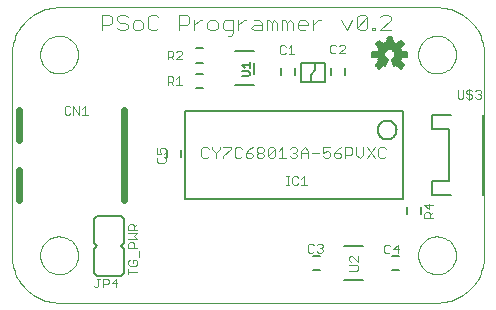
<source format=gto>
G75*
G70*
%OFA0B0*%
%FSLAX24Y24*%
%IPPOS*%
%LPD*%
%AMOC8*
5,1,8,0,0,1.08239X$1,22.5*
%
%ADD10C,0.0000*%
%ADD11C,0.0040*%
%ADD12C,0.0080*%
%ADD13C,0.0030*%
%ADD14C,0.0050*%
%ADD15C,0.0060*%
%ADD16C,0.0240*%
%ADD17C,0.0059*%
D10*
X001775Y000200D02*
X014373Y000200D01*
X013743Y001775D02*
X013745Y001825D01*
X013751Y001875D01*
X013761Y001924D01*
X013775Y001972D01*
X013792Y002019D01*
X013813Y002064D01*
X013838Y002108D01*
X013866Y002149D01*
X013898Y002188D01*
X013932Y002225D01*
X013969Y002259D01*
X014009Y002289D01*
X014051Y002316D01*
X014095Y002340D01*
X014141Y002361D01*
X014188Y002377D01*
X014236Y002390D01*
X014286Y002399D01*
X014335Y002404D01*
X014386Y002405D01*
X014436Y002402D01*
X014485Y002395D01*
X014534Y002384D01*
X014582Y002369D01*
X014628Y002351D01*
X014673Y002329D01*
X014716Y002303D01*
X014757Y002274D01*
X014796Y002242D01*
X014832Y002207D01*
X014864Y002169D01*
X014894Y002129D01*
X014921Y002086D01*
X014944Y002042D01*
X014963Y001996D01*
X014979Y001948D01*
X014991Y001899D01*
X014999Y001850D01*
X015003Y001800D01*
X015003Y001750D01*
X014999Y001700D01*
X014991Y001651D01*
X014979Y001602D01*
X014963Y001554D01*
X014944Y001508D01*
X014921Y001464D01*
X014894Y001421D01*
X014864Y001381D01*
X014832Y001343D01*
X014796Y001308D01*
X014757Y001276D01*
X014716Y001247D01*
X014673Y001221D01*
X014628Y001199D01*
X014582Y001181D01*
X014534Y001166D01*
X014485Y001155D01*
X014436Y001148D01*
X014386Y001145D01*
X014335Y001146D01*
X014286Y001151D01*
X014236Y001160D01*
X014188Y001173D01*
X014141Y001189D01*
X014095Y001210D01*
X014051Y001234D01*
X014009Y001261D01*
X013969Y001291D01*
X013932Y001325D01*
X013898Y001362D01*
X013866Y001401D01*
X013838Y001442D01*
X013813Y001486D01*
X013792Y001531D01*
X013775Y001578D01*
X013761Y001626D01*
X013751Y001675D01*
X013745Y001725D01*
X013743Y001775D01*
X014373Y000200D02*
X014450Y000202D01*
X014527Y000208D01*
X014604Y000217D01*
X014680Y000230D01*
X014756Y000247D01*
X014830Y000268D01*
X014904Y000292D01*
X014976Y000320D01*
X015046Y000351D01*
X015115Y000386D01*
X015183Y000424D01*
X015248Y000465D01*
X015311Y000510D01*
X015372Y000558D01*
X015431Y000608D01*
X015487Y000661D01*
X015540Y000717D01*
X015590Y000776D01*
X015638Y000837D01*
X015683Y000900D01*
X015724Y000965D01*
X015762Y001033D01*
X015797Y001102D01*
X015828Y001172D01*
X015856Y001244D01*
X015880Y001318D01*
X015901Y001392D01*
X015918Y001468D01*
X015931Y001544D01*
X015940Y001621D01*
X015946Y001698D01*
X015948Y001775D01*
X015948Y008468D01*
X013743Y008468D02*
X013745Y008518D01*
X013751Y008568D01*
X013761Y008617D01*
X013775Y008665D01*
X013792Y008712D01*
X013813Y008757D01*
X013838Y008801D01*
X013866Y008842D01*
X013898Y008881D01*
X013932Y008918D01*
X013969Y008952D01*
X014009Y008982D01*
X014051Y009009D01*
X014095Y009033D01*
X014141Y009054D01*
X014188Y009070D01*
X014236Y009083D01*
X014286Y009092D01*
X014335Y009097D01*
X014386Y009098D01*
X014436Y009095D01*
X014485Y009088D01*
X014534Y009077D01*
X014582Y009062D01*
X014628Y009044D01*
X014673Y009022D01*
X014716Y008996D01*
X014757Y008967D01*
X014796Y008935D01*
X014832Y008900D01*
X014864Y008862D01*
X014894Y008822D01*
X014921Y008779D01*
X014944Y008735D01*
X014963Y008689D01*
X014979Y008641D01*
X014991Y008592D01*
X014999Y008543D01*
X015003Y008493D01*
X015003Y008443D01*
X014999Y008393D01*
X014991Y008344D01*
X014979Y008295D01*
X014963Y008247D01*
X014944Y008201D01*
X014921Y008157D01*
X014894Y008114D01*
X014864Y008074D01*
X014832Y008036D01*
X014796Y008001D01*
X014757Y007969D01*
X014716Y007940D01*
X014673Y007914D01*
X014628Y007892D01*
X014582Y007874D01*
X014534Y007859D01*
X014485Y007848D01*
X014436Y007841D01*
X014386Y007838D01*
X014335Y007839D01*
X014286Y007844D01*
X014236Y007853D01*
X014188Y007866D01*
X014141Y007882D01*
X014095Y007903D01*
X014051Y007927D01*
X014009Y007954D01*
X013969Y007984D01*
X013932Y008018D01*
X013898Y008055D01*
X013866Y008094D01*
X013838Y008135D01*
X013813Y008179D01*
X013792Y008224D01*
X013775Y008271D01*
X013761Y008319D01*
X013751Y008368D01*
X013745Y008418D01*
X013743Y008468D01*
X014373Y010043D02*
X014450Y010041D01*
X014527Y010035D01*
X014604Y010026D01*
X014680Y010013D01*
X014756Y009996D01*
X014830Y009975D01*
X014904Y009951D01*
X014976Y009923D01*
X015046Y009892D01*
X015115Y009857D01*
X015183Y009819D01*
X015248Y009778D01*
X015311Y009733D01*
X015372Y009685D01*
X015431Y009635D01*
X015487Y009582D01*
X015540Y009526D01*
X015590Y009467D01*
X015638Y009406D01*
X015683Y009343D01*
X015724Y009278D01*
X015762Y009210D01*
X015797Y009141D01*
X015828Y009071D01*
X015856Y008999D01*
X015880Y008925D01*
X015901Y008851D01*
X015918Y008775D01*
X015931Y008699D01*
X015940Y008622D01*
X015946Y008545D01*
X015948Y008468D01*
X014373Y010043D02*
X001775Y010043D01*
X001145Y008468D02*
X001147Y008518D01*
X001153Y008568D01*
X001163Y008617D01*
X001177Y008665D01*
X001194Y008712D01*
X001215Y008757D01*
X001240Y008801D01*
X001268Y008842D01*
X001300Y008881D01*
X001334Y008918D01*
X001371Y008952D01*
X001411Y008982D01*
X001453Y009009D01*
X001497Y009033D01*
X001543Y009054D01*
X001590Y009070D01*
X001638Y009083D01*
X001688Y009092D01*
X001737Y009097D01*
X001788Y009098D01*
X001838Y009095D01*
X001887Y009088D01*
X001936Y009077D01*
X001984Y009062D01*
X002030Y009044D01*
X002075Y009022D01*
X002118Y008996D01*
X002159Y008967D01*
X002198Y008935D01*
X002234Y008900D01*
X002266Y008862D01*
X002296Y008822D01*
X002323Y008779D01*
X002346Y008735D01*
X002365Y008689D01*
X002381Y008641D01*
X002393Y008592D01*
X002401Y008543D01*
X002405Y008493D01*
X002405Y008443D01*
X002401Y008393D01*
X002393Y008344D01*
X002381Y008295D01*
X002365Y008247D01*
X002346Y008201D01*
X002323Y008157D01*
X002296Y008114D01*
X002266Y008074D01*
X002234Y008036D01*
X002198Y008001D01*
X002159Y007969D01*
X002118Y007940D01*
X002075Y007914D01*
X002030Y007892D01*
X001984Y007874D01*
X001936Y007859D01*
X001887Y007848D01*
X001838Y007841D01*
X001788Y007838D01*
X001737Y007839D01*
X001688Y007844D01*
X001638Y007853D01*
X001590Y007866D01*
X001543Y007882D01*
X001497Y007903D01*
X001453Y007927D01*
X001411Y007954D01*
X001371Y007984D01*
X001334Y008018D01*
X001300Y008055D01*
X001268Y008094D01*
X001240Y008135D01*
X001215Y008179D01*
X001194Y008224D01*
X001177Y008271D01*
X001163Y008319D01*
X001153Y008368D01*
X001147Y008418D01*
X001145Y008468D01*
X000200Y008468D02*
X000202Y008545D01*
X000208Y008622D01*
X000217Y008699D01*
X000230Y008775D01*
X000247Y008851D01*
X000268Y008925D01*
X000292Y008999D01*
X000320Y009071D01*
X000351Y009141D01*
X000386Y009210D01*
X000424Y009278D01*
X000465Y009343D01*
X000510Y009406D01*
X000558Y009467D01*
X000608Y009526D01*
X000661Y009582D01*
X000717Y009635D01*
X000776Y009685D01*
X000837Y009733D01*
X000900Y009778D01*
X000965Y009819D01*
X001033Y009857D01*
X001102Y009892D01*
X001172Y009923D01*
X001244Y009951D01*
X001318Y009975D01*
X001392Y009996D01*
X001468Y010013D01*
X001544Y010026D01*
X001621Y010035D01*
X001698Y010041D01*
X001775Y010043D01*
X000200Y008468D02*
X000200Y001775D01*
X001145Y001775D02*
X001147Y001825D01*
X001153Y001875D01*
X001163Y001924D01*
X001177Y001972D01*
X001194Y002019D01*
X001215Y002064D01*
X001240Y002108D01*
X001268Y002149D01*
X001300Y002188D01*
X001334Y002225D01*
X001371Y002259D01*
X001411Y002289D01*
X001453Y002316D01*
X001497Y002340D01*
X001543Y002361D01*
X001590Y002377D01*
X001638Y002390D01*
X001688Y002399D01*
X001737Y002404D01*
X001788Y002405D01*
X001838Y002402D01*
X001887Y002395D01*
X001936Y002384D01*
X001984Y002369D01*
X002030Y002351D01*
X002075Y002329D01*
X002118Y002303D01*
X002159Y002274D01*
X002198Y002242D01*
X002234Y002207D01*
X002266Y002169D01*
X002296Y002129D01*
X002323Y002086D01*
X002346Y002042D01*
X002365Y001996D01*
X002381Y001948D01*
X002393Y001899D01*
X002401Y001850D01*
X002405Y001800D01*
X002405Y001750D01*
X002401Y001700D01*
X002393Y001651D01*
X002381Y001602D01*
X002365Y001554D01*
X002346Y001508D01*
X002323Y001464D01*
X002296Y001421D01*
X002266Y001381D01*
X002234Y001343D01*
X002198Y001308D01*
X002159Y001276D01*
X002118Y001247D01*
X002075Y001221D01*
X002030Y001199D01*
X001984Y001181D01*
X001936Y001166D01*
X001887Y001155D01*
X001838Y001148D01*
X001788Y001145D01*
X001737Y001146D01*
X001688Y001151D01*
X001638Y001160D01*
X001590Y001173D01*
X001543Y001189D01*
X001497Y001210D01*
X001453Y001234D01*
X001411Y001261D01*
X001371Y001291D01*
X001334Y001325D01*
X001300Y001362D01*
X001268Y001401D01*
X001240Y001442D01*
X001215Y001486D01*
X001194Y001531D01*
X001177Y001578D01*
X001163Y001626D01*
X001153Y001675D01*
X001147Y001725D01*
X001145Y001775D01*
X000200Y001775D02*
X000202Y001698D01*
X000208Y001621D01*
X000217Y001544D01*
X000230Y001468D01*
X000247Y001392D01*
X000268Y001318D01*
X000292Y001244D01*
X000320Y001172D01*
X000351Y001102D01*
X000386Y001033D01*
X000424Y000965D01*
X000465Y000900D01*
X000510Y000837D01*
X000558Y000776D01*
X000608Y000717D01*
X000661Y000661D01*
X000717Y000608D01*
X000776Y000558D01*
X000837Y000510D01*
X000900Y000465D01*
X000965Y000424D01*
X001033Y000386D01*
X001102Y000351D01*
X001172Y000320D01*
X001244Y000292D01*
X001318Y000268D01*
X001392Y000247D01*
X001468Y000230D01*
X001544Y000217D01*
X001621Y000208D01*
X001698Y000202D01*
X001775Y000200D01*
D11*
X007408Y009102D02*
X007495Y009102D01*
X007582Y009188D01*
X007582Y009622D01*
X007321Y009622D01*
X007235Y009535D01*
X007235Y009362D01*
X007321Y009275D01*
X007582Y009275D01*
X007750Y009275D02*
X007750Y009622D01*
X007750Y009449D02*
X007924Y009622D01*
X008010Y009622D01*
X008267Y009622D02*
X008440Y009622D01*
X008527Y009535D01*
X008527Y009275D01*
X008267Y009275D01*
X008180Y009362D01*
X008267Y009449D01*
X008527Y009449D01*
X008696Y009622D02*
X008782Y009622D01*
X008869Y009535D01*
X008956Y009622D01*
X009043Y009535D01*
X009043Y009275D01*
X009211Y009275D02*
X009211Y009622D01*
X009298Y009622D01*
X009385Y009535D01*
X009471Y009622D01*
X009558Y009535D01*
X009558Y009275D01*
X009385Y009275D02*
X009385Y009535D01*
X009727Y009535D02*
X009727Y009362D01*
X009814Y009275D01*
X009987Y009275D01*
X010243Y009275D02*
X010243Y009622D01*
X010243Y009449D02*
X010416Y009622D01*
X010503Y009622D01*
X010074Y009535D02*
X010074Y009449D01*
X009727Y009449D01*
X009727Y009535D02*
X009814Y009622D01*
X009987Y009622D01*
X010074Y009535D01*
X011188Y009622D02*
X011361Y009275D01*
X011535Y009622D01*
X011703Y009709D02*
X011790Y009796D01*
X011964Y009796D01*
X012050Y009709D01*
X011703Y009362D01*
X011790Y009275D01*
X011964Y009275D01*
X012050Y009362D01*
X012050Y009709D01*
X011703Y009709D02*
X011703Y009362D01*
X012219Y009362D02*
X012219Y009275D01*
X012306Y009275D01*
X012306Y009362D01*
X012219Y009362D01*
X012477Y009275D02*
X012824Y009622D01*
X012824Y009709D01*
X012737Y009796D01*
X012564Y009796D01*
X012477Y009709D01*
X012477Y009275D02*
X012824Y009275D01*
X008869Y009275D02*
X008869Y009535D01*
X008696Y009622D02*
X008696Y009275D01*
X007066Y009362D02*
X006979Y009275D01*
X006806Y009275D01*
X006719Y009362D01*
X006719Y009535D01*
X006806Y009622D01*
X006979Y009622D01*
X007066Y009535D01*
X007066Y009362D01*
X006549Y009622D02*
X006463Y009622D01*
X006289Y009449D01*
X006289Y009622D02*
X006289Y009275D01*
X006034Y009449D02*
X005774Y009449D01*
X005774Y009275D02*
X005774Y009796D01*
X006034Y009796D01*
X006121Y009709D01*
X006121Y009535D01*
X006034Y009449D01*
X005089Y009362D02*
X005003Y009275D01*
X004829Y009275D01*
X004742Y009362D01*
X004742Y009709D01*
X004829Y009796D01*
X005003Y009796D01*
X005089Y009709D01*
X004574Y009535D02*
X004574Y009362D01*
X004487Y009275D01*
X004313Y009275D01*
X004227Y009362D01*
X004227Y009535D01*
X004313Y009622D01*
X004487Y009622D01*
X004574Y009535D01*
X004058Y009449D02*
X004058Y009362D01*
X003971Y009275D01*
X003798Y009275D01*
X003711Y009362D01*
X003798Y009535D02*
X003971Y009535D01*
X004058Y009449D01*
X004058Y009709D02*
X003971Y009796D01*
X003798Y009796D01*
X003711Y009709D01*
X003711Y009622D01*
X003798Y009535D01*
X003542Y009535D02*
X003542Y009709D01*
X003456Y009796D01*
X003195Y009796D01*
X003195Y009275D01*
X003195Y009449D02*
X003456Y009449D01*
X003542Y009535D01*
D12*
X007645Y008584D02*
X008275Y008584D01*
X008275Y008190D02*
X008275Y007836D01*
X008275Y007442D02*
X007645Y007442D01*
X005988Y006574D02*
X005988Y003661D01*
X013240Y003661D01*
X013240Y006574D01*
X005988Y006574D01*
X012394Y005954D02*
X012396Y005989D01*
X012402Y006024D01*
X012412Y006058D01*
X012425Y006091D01*
X012442Y006122D01*
X012463Y006150D01*
X012486Y006177D01*
X012513Y006200D01*
X012541Y006221D01*
X012572Y006238D01*
X012605Y006251D01*
X012639Y006261D01*
X012674Y006267D01*
X012709Y006269D01*
X012744Y006267D01*
X012779Y006261D01*
X012813Y006251D01*
X012846Y006238D01*
X012877Y006221D01*
X012905Y006200D01*
X012932Y006177D01*
X012955Y006150D01*
X012976Y006122D01*
X012993Y006091D01*
X013006Y006058D01*
X013016Y006024D01*
X013022Y005989D01*
X013024Y005954D01*
X013022Y005919D01*
X013016Y005884D01*
X013006Y005850D01*
X012993Y005817D01*
X012976Y005786D01*
X012955Y005758D01*
X012932Y005731D01*
X012905Y005708D01*
X012877Y005687D01*
X012846Y005670D01*
X012813Y005657D01*
X012779Y005647D01*
X012744Y005641D01*
X012709Y005639D01*
X012674Y005641D01*
X012639Y005647D01*
X012605Y005657D01*
X012572Y005670D01*
X012541Y005687D01*
X012513Y005708D01*
X012486Y005731D01*
X012463Y005758D01*
X012442Y005786D01*
X012425Y005817D01*
X012412Y005850D01*
X012402Y005884D01*
X012396Y005919D01*
X012394Y005954D01*
X014216Y005983D02*
X014767Y005983D01*
X014767Y004251D01*
X014216Y004251D01*
X014216Y003779D01*
X014846Y003779D01*
X015909Y003779D02*
X015909Y006456D01*
X014846Y006456D02*
X014216Y006456D01*
X014216Y005983D01*
X011919Y002098D02*
X011289Y002098D01*
X011289Y000956D02*
X011919Y000956D01*
D13*
X011696Y001264D02*
X011454Y001264D01*
X011696Y001264D02*
X011744Y001313D01*
X011744Y001409D01*
X011696Y001458D01*
X011454Y001458D01*
X011502Y001559D02*
X011454Y001607D01*
X011454Y001704D01*
X011502Y001752D01*
X011551Y001752D01*
X011744Y001559D01*
X011744Y001752D01*
X012619Y001891D02*
X012668Y001842D01*
X012764Y001842D01*
X012813Y001891D01*
X012914Y001987D02*
X013107Y001987D01*
X013059Y001842D02*
X013059Y002132D01*
X012914Y001987D01*
X012813Y002084D02*
X012764Y002132D01*
X012668Y002132D01*
X012619Y002084D01*
X012619Y001891D01*
X013949Y003010D02*
X013949Y003155D01*
X013998Y003204D01*
X014094Y003204D01*
X014143Y003155D01*
X014143Y003010D01*
X014239Y003010D02*
X013949Y003010D01*
X014143Y003107D02*
X014239Y003204D01*
X014094Y003305D02*
X014094Y003498D01*
X013949Y003450D02*
X014094Y003305D01*
X014239Y003450D02*
X013949Y003450D01*
X012597Y005010D02*
X012473Y005010D01*
X012411Y005072D01*
X012411Y005318D01*
X012473Y005380D01*
X012597Y005380D01*
X012658Y005318D01*
X012658Y005072D02*
X012597Y005010D01*
X012290Y005010D02*
X012043Y005380D01*
X011922Y005380D02*
X011922Y005133D01*
X011798Y005010D01*
X011675Y005133D01*
X011675Y005380D01*
X011553Y005318D02*
X011553Y005195D01*
X011492Y005133D01*
X011306Y005133D01*
X011185Y005133D02*
X011185Y005072D01*
X011123Y005010D01*
X011000Y005010D01*
X010938Y005072D01*
X010938Y005195D01*
X011123Y005195D01*
X011185Y005133D01*
X011062Y005318D02*
X010938Y005195D01*
X010817Y005195D02*
X010817Y005072D01*
X010755Y005010D01*
X010632Y005010D01*
X010570Y005072D01*
X010570Y005195D02*
X010693Y005257D01*
X010755Y005257D01*
X010817Y005195D01*
X011062Y005318D02*
X011185Y005380D01*
X011306Y005380D02*
X011492Y005380D01*
X011553Y005318D01*
X011306Y005380D02*
X011306Y005010D01*
X010817Y005380D02*
X010570Y005380D01*
X010570Y005195D01*
X010448Y005195D02*
X010202Y005195D01*
X010080Y005195D02*
X009833Y005195D01*
X009833Y005257D02*
X009957Y005380D01*
X010080Y005257D01*
X010080Y005010D01*
X009833Y005010D02*
X009833Y005257D01*
X009712Y005257D02*
X009650Y005195D01*
X009712Y005133D01*
X009712Y005072D01*
X009650Y005010D01*
X009527Y005010D01*
X009465Y005072D01*
X009343Y005010D02*
X009097Y005010D01*
X009220Y005010D02*
X009220Y005380D01*
X009097Y005257D01*
X008975Y005318D02*
X008728Y005072D01*
X008790Y005010D01*
X008913Y005010D01*
X008975Y005072D01*
X008975Y005318D01*
X008913Y005380D01*
X008790Y005380D01*
X008728Y005318D01*
X008728Y005072D01*
X008607Y005072D02*
X008545Y005010D01*
X008422Y005010D01*
X008360Y005072D01*
X008360Y005133D01*
X008422Y005195D01*
X008545Y005195D01*
X008607Y005133D01*
X008607Y005072D01*
X008545Y005195D02*
X008607Y005257D01*
X008607Y005318D01*
X008545Y005380D01*
X008422Y005380D01*
X008360Y005318D01*
X008360Y005257D01*
X008422Y005195D01*
X008239Y005133D02*
X008239Y005072D01*
X008177Y005010D01*
X008053Y005010D01*
X007992Y005072D01*
X007992Y005195D01*
X008177Y005195D01*
X008239Y005133D01*
X008115Y005318D02*
X007992Y005195D01*
X007870Y005072D02*
X007808Y005010D01*
X007685Y005010D01*
X007623Y005072D01*
X007623Y005318D01*
X007685Y005380D01*
X007808Y005380D01*
X007870Y005318D01*
X008115Y005318D02*
X008239Y005380D01*
X007502Y005380D02*
X007502Y005318D01*
X007255Y005072D01*
X007255Y005010D01*
X007010Y005010D02*
X007010Y005195D01*
X007134Y005318D01*
X007134Y005380D01*
X007255Y005380D02*
X007502Y005380D01*
X007010Y005195D02*
X006887Y005318D01*
X006887Y005380D01*
X006765Y005318D02*
X006704Y005380D01*
X006580Y005380D01*
X006518Y005318D01*
X006518Y005072D01*
X006580Y005010D01*
X006704Y005010D01*
X006765Y005072D01*
X005326Y005010D02*
X005326Y004913D01*
X005278Y004865D01*
X005084Y004865D01*
X005036Y004913D01*
X005036Y005010D01*
X005084Y005058D01*
X005036Y005159D02*
X005181Y005159D01*
X005133Y005256D01*
X005133Y005304D01*
X005181Y005353D01*
X005278Y005353D01*
X005326Y005304D01*
X005326Y005208D01*
X005278Y005159D01*
X005278Y005058D02*
X005326Y005010D01*
X005036Y005159D02*
X005036Y005353D01*
X002744Y006463D02*
X002550Y006463D01*
X002647Y006463D02*
X002647Y006753D01*
X002550Y006657D01*
X002449Y006753D02*
X002449Y006463D01*
X002256Y006753D01*
X002256Y006463D01*
X002155Y006511D02*
X002106Y006463D01*
X002009Y006463D01*
X001961Y006511D01*
X001961Y006705D01*
X002009Y006753D01*
X002106Y006753D01*
X002155Y006705D01*
X005393Y007447D02*
X005393Y007738D01*
X005538Y007738D01*
X005587Y007689D01*
X005587Y007593D01*
X005538Y007544D01*
X005393Y007544D01*
X005490Y007544D02*
X005587Y007447D01*
X005688Y007447D02*
X005881Y007447D01*
X005785Y007447D02*
X005785Y007738D01*
X005688Y007641D01*
X005688Y008304D02*
X005881Y008497D01*
X005881Y008546D01*
X005833Y008594D01*
X005736Y008594D01*
X005688Y008546D01*
X005587Y008546D02*
X005587Y008449D01*
X005538Y008401D01*
X005393Y008401D01*
X005490Y008401D02*
X005587Y008304D01*
X005688Y008304D02*
X005881Y008304D01*
X005587Y008546D02*
X005538Y008594D01*
X005393Y008594D01*
X005393Y008304D01*
X009130Y008529D02*
X009178Y008481D01*
X009275Y008481D01*
X009323Y008529D01*
X009424Y008481D02*
X009618Y008481D01*
X009521Y008481D02*
X009521Y008771D01*
X009424Y008674D01*
X009323Y008723D02*
X009275Y008771D01*
X009178Y008771D01*
X009130Y008723D01*
X009130Y008529D01*
X010822Y008553D02*
X010871Y008505D01*
X010968Y008505D01*
X011016Y008553D01*
X011117Y008505D02*
X011311Y008698D01*
X011311Y008746D01*
X011262Y008795D01*
X011166Y008795D01*
X011117Y008746D01*
X011016Y008746D02*
X010968Y008795D01*
X010871Y008795D01*
X010822Y008746D01*
X010822Y008553D01*
X011117Y008505D02*
X011311Y008505D01*
X015059Y007288D02*
X015059Y007046D01*
X015108Y006997D01*
X015205Y006997D01*
X015253Y007046D01*
X015253Y007288D01*
X015354Y007239D02*
X015402Y007288D01*
X015499Y007288D01*
X015548Y007239D01*
X015649Y007239D02*
X015697Y007288D01*
X015794Y007288D01*
X015842Y007239D01*
X015842Y007191D01*
X015794Y007142D01*
X015842Y007094D01*
X015842Y007046D01*
X015794Y006997D01*
X015697Y006997D01*
X015649Y007046D01*
X015548Y007046D02*
X015548Y007094D01*
X015499Y007142D01*
X015402Y007142D01*
X015354Y007191D01*
X015354Y007239D01*
X015451Y007336D02*
X015451Y006949D01*
X015499Y006997D02*
X015402Y006997D01*
X015354Y007046D01*
X015499Y006997D02*
X015548Y007046D01*
X015745Y007142D02*
X015794Y007142D01*
X012290Y005380D02*
X012043Y005010D01*
X010033Y004127D02*
X009840Y004127D01*
X009937Y004127D02*
X009937Y004418D01*
X009840Y004321D01*
X009739Y004369D02*
X009690Y004418D01*
X009594Y004418D01*
X009545Y004369D01*
X009545Y004176D01*
X009594Y004127D01*
X009690Y004127D01*
X009739Y004176D01*
X009446Y004127D02*
X009349Y004127D01*
X009397Y004127D02*
X009397Y004418D01*
X009349Y004418D02*
X009446Y004418D01*
X009588Y005195D02*
X009650Y005195D01*
X009712Y005257D02*
X009712Y005318D01*
X009650Y005380D01*
X009527Y005380D01*
X009465Y005318D01*
X010117Y002157D02*
X010069Y002109D01*
X010069Y001915D01*
X010117Y001867D01*
X010214Y001867D01*
X010262Y001915D01*
X010363Y001915D02*
X010412Y001867D01*
X010508Y001867D01*
X010557Y001915D01*
X010557Y001964D01*
X010508Y002012D01*
X010460Y002012D01*
X010508Y002012D02*
X010557Y002060D01*
X010557Y002109D01*
X010508Y002157D01*
X010412Y002157D01*
X010363Y002109D01*
X010262Y002109D02*
X010214Y002157D01*
X010117Y002157D01*
X004425Y001921D02*
X004425Y001728D01*
X004328Y001626D02*
X004231Y001626D01*
X004231Y001530D01*
X004134Y001626D02*
X004086Y001578D01*
X004086Y001481D01*
X004134Y001433D01*
X004328Y001433D01*
X004376Y001481D01*
X004376Y001578D01*
X004328Y001626D01*
X004086Y001332D02*
X004086Y001138D01*
X004086Y001235D02*
X004376Y001235D01*
X003670Y001002D02*
X003525Y000857D01*
X003718Y000857D01*
X003670Y000712D02*
X003670Y001002D01*
X003424Y000953D02*
X003424Y000857D01*
X003375Y000808D01*
X003230Y000808D01*
X003230Y000712D02*
X003230Y001002D01*
X003375Y001002D01*
X003424Y000953D01*
X003129Y001002D02*
X003032Y001002D01*
X003080Y001002D02*
X003080Y000760D01*
X003032Y000712D01*
X002984Y000712D01*
X002935Y000760D01*
X004086Y002022D02*
X004086Y002167D01*
X004134Y002216D01*
X004231Y002216D01*
X004280Y002167D01*
X004280Y002022D01*
X004376Y002022D02*
X004086Y002022D01*
X004086Y002317D02*
X004376Y002317D01*
X004280Y002414D01*
X004376Y002510D01*
X004086Y002510D01*
X004086Y002611D02*
X004086Y002757D01*
X004134Y002805D01*
X004231Y002805D01*
X004280Y002757D01*
X004280Y002611D01*
X004376Y002611D02*
X004086Y002611D01*
X004280Y002708D02*
X004376Y002805D01*
D14*
X009846Y007552D02*
X009846Y008182D01*
X010318Y008182D01*
X010318Y007946D01*
X010161Y007789D01*
X010161Y007552D01*
X010633Y007552D01*
X010633Y008182D01*
X010318Y008182D01*
X010161Y007552D02*
X009846Y007552D01*
D15*
X009637Y007796D02*
X009637Y008033D01*
X009165Y008033D02*
X009165Y007796D01*
X008132Y007781D02*
X008132Y007868D01*
X008088Y007911D01*
X007872Y007911D01*
X007958Y008033D02*
X007872Y008119D01*
X008132Y008119D01*
X008132Y008033D02*
X008132Y008206D01*
X008132Y007781D02*
X008088Y007738D01*
X007872Y007738D01*
X006584Y007816D02*
X006348Y007816D01*
X006348Y008200D02*
X006584Y008200D01*
X006584Y008672D02*
X006348Y008672D01*
X006348Y007344D02*
X006584Y007344D01*
X005838Y005296D02*
X005838Y005060D01*
X005365Y005060D02*
X005365Y005296D01*
X003838Y003084D02*
X003038Y003084D01*
X002938Y002984D01*
X002938Y002184D01*
X003038Y002084D01*
X002938Y001984D01*
X002938Y001184D01*
X003038Y001084D01*
X003838Y001084D01*
X003938Y001184D01*
X003938Y001984D01*
X003838Y002084D01*
X003938Y002184D01*
X003938Y002984D01*
X003838Y003084D01*
X010235Y001763D02*
X010472Y001763D01*
X010472Y001291D02*
X010235Y001291D01*
X012860Y001291D02*
X013097Y001291D01*
X013097Y001763D02*
X012860Y001763D01*
X013373Y003167D02*
X013373Y003403D01*
X013846Y003403D02*
X013846Y003167D01*
X011314Y007796D02*
X011314Y008033D01*
X010842Y008033D02*
X010842Y007796D01*
D16*
X003950Y006617D02*
X003950Y003617D01*
X000450Y003617D02*
X000450Y004617D01*
X000450Y005617D02*
X000450Y006617D01*
D17*
X012212Y008396D02*
X012403Y008376D01*
X012423Y008312D01*
X012454Y008253D01*
X012333Y008104D01*
X012435Y008002D01*
X012583Y008123D01*
X012643Y008093D01*
X012728Y008297D01*
X012690Y008318D01*
X012658Y008348D01*
X012634Y008384D01*
X012619Y008425D01*
X012614Y008468D01*
X012619Y008512D01*
X012635Y008553D01*
X012660Y008589D01*
X012693Y008619D01*
X012732Y008640D01*
X012774Y008651D01*
X012818Y008651D01*
X012862Y008641D01*
X012901Y008621D01*
X012934Y008592D01*
X012960Y008556D01*
X012977Y008515D01*
X012983Y008472D01*
X012979Y008428D01*
X012964Y008386D01*
X012940Y008349D01*
X012908Y008319D01*
X012869Y008297D01*
X012954Y008093D01*
X013014Y008123D01*
X013162Y008002D01*
X013264Y008104D01*
X013143Y008253D01*
X013174Y008312D01*
X013194Y008376D01*
X013385Y008396D01*
X013385Y008540D01*
X013194Y008559D01*
X013174Y008623D01*
X013143Y008683D01*
X013264Y008831D01*
X013162Y008933D01*
X013014Y008812D01*
X012954Y008843D01*
X012890Y008863D01*
X012870Y009054D01*
X012726Y009054D01*
X012707Y008863D01*
X012643Y008843D01*
X012583Y008812D01*
X012435Y008933D01*
X012333Y008831D01*
X012454Y008683D01*
X012423Y008623D01*
X012403Y008559D01*
X012212Y008540D01*
X012212Y008396D01*
X012212Y008430D02*
X012618Y008430D01*
X012616Y008488D02*
X012212Y008488D01*
X012270Y008546D02*
X012632Y008546D01*
X012675Y008603D02*
X012417Y008603D01*
X012443Y008661D02*
X013154Y008661D01*
X013172Y008718D02*
X012425Y008718D01*
X012378Y008776D02*
X013218Y008776D01*
X013262Y008833D02*
X013040Y008833D01*
X012972Y008833D02*
X012625Y008833D01*
X012557Y008833D02*
X012335Y008833D01*
X012393Y008891D02*
X012487Y008891D01*
X012710Y008891D02*
X012887Y008891D01*
X012881Y008948D02*
X012716Y008948D01*
X012722Y009006D02*
X012875Y009006D01*
X013110Y008891D02*
X013204Y008891D01*
X013180Y008603D02*
X012922Y008603D01*
X012965Y008546D02*
X013327Y008546D01*
X013385Y008488D02*
X012981Y008488D01*
X012979Y008430D02*
X013385Y008430D01*
X013193Y008373D02*
X012955Y008373D01*
X012901Y008315D02*
X013174Y008315D01*
X013145Y008258D02*
X012885Y008258D01*
X012909Y008200D02*
X013185Y008200D01*
X013232Y008143D02*
X012933Y008143D01*
X013061Y008085D02*
X013245Y008085D01*
X013187Y008028D02*
X013131Y008028D01*
X012688Y008200D02*
X012411Y008200D01*
X012451Y008258D02*
X012711Y008258D01*
X012695Y008315D02*
X012422Y008315D01*
X012404Y008373D02*
X012641Y008373D01*
X012664Y008143D02*
X012364Y008143D01*
X012352Y008085D02*
X012536Y008085D01*
X012466Y008028D02*
X012410Y008028D01*
M02*

</source>
